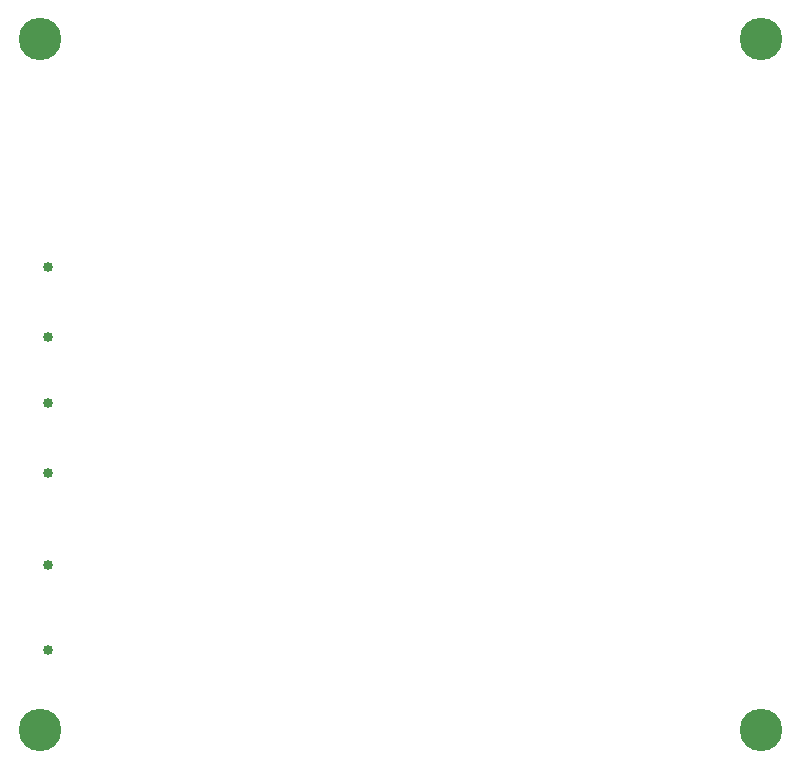
<source format=gbr>
G04 EdaTools v1.0. *
G04 EdaTools CAM processor. Gerber generator. *
G04 Start timestamp: 10:50:32.123 *
G04 BEGIN HEADER *
%TF.FileFunction,NonPlated,1,2,NPTH,Drill*%
%TF.FilePolarity,Positive*%
%TF.Part,Single*%
%MOMM*%
%FSLAX35Y35*%
G04 END HEADER *
G04 BEGIN APERTURES *
%ADD10C,3.6*%
%ADD11C,0.85*%
G04 END APERTURES *
G04 BEGIN IMAGE *
D10*
X06550000Y00450000D03*
D11*
X00512500Y02629500D03*
Y03220500D03*
Y03779500D03*
Y04370500D03*
D10*
X06550000Y06300000D03*
X00450000D03*
Y00450000D03*
D11*
X00512500Y01129500D03*
Y01847500D03*
G04 END IMAGE *
M02*
G04 End timestamp: 10:50:32.123 *
G04 END FILE *

</source>
